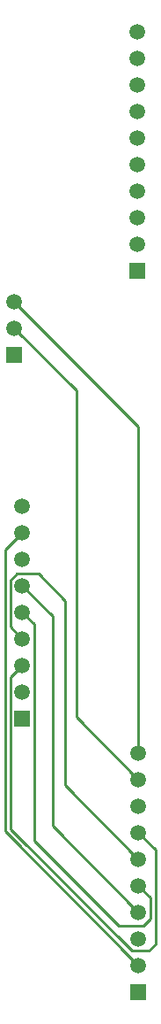
<source format=gbl>
%FSTAX23Y23*%
%MOIN*%
%SFA1B1*%

%IPPOS*%
%ADD11C,0.010000*%
%ADD14C,0.059060*%
%ADD15R,0.059060X0.059060*%
%LNpcb2-1*%
%LPD*%
G54D11*
X01135Y01744D02*
X0164Y0124D01*
X01135Y01744D02*
Y02805D01*
X012Y0287*
X01155Y02325D02*
X012Y0237D01*
X01155Y01753D02*
Y02325D01*
Y01753D02*
X01614Y01295D01*
X0168*
X01705Y0132*
Y01675*
X0164Y0174D02*
X01705Y01675D01*
X01363Y01917D02*
X0164Y0164D01*
X01363Y01917D02*
Y02613D01*
X01262Y02714D02*
X01363Y02613D01*
X0118Y02714D02*
X01262D01*
X01155Y0269D02*
X0118Y02714D01*
X01155Y02514D02*
Y0269D01*
Y02514D02*
X012Y0247D01*
Y0257D02*
X01245Y02525D01*
Y0171D02*
Y02525D01*
Y0171D02*
X01565Y0139D01*
X0166*
X01685Y01415*
Y01495*
X0164Y0154D02*
X01685Y01495D01*
X0164Y0204D02*
Y0327D01*
X0117Y0374D02*
X0164Y0327D01*
X0117Y0364D02*
X01405Y03405D01*
Y02175D02*
Y03405D01*
Y02175D02*
X0164Y0194D01*
X012Y0267D02*
X01315Y02555D01*
Y01765D02*
Y02555D01*
Y01765D02*
X0164Y0144D01*
G54D14*
X01635Y04056D03*
Y04756D03*
Y04656D03*
Y04556D03*
Y04456D03*
Y04356D03*
Y04256D03*
Y04156D03*
Y03956D03*
X0164Y0134D03*
Y0204D03*
Y0194D03*
Y0184D03*
Y0174D03*
Y0164D03*
Y0154D03*
Y0144D03*
Y0124D03*
X012Y0237D03*
Y0247D03*
Y0257D03*
Y0267D03*
Y0277D03*
Y0287D03*
Y0297D03*
Y0227D03*
X0117Y0364D03*
Y0374D03*
G54D15*
X01635Y03856D03*
X0164Y0114D03*
X012Y0217D03*
X0117Y0354D03*
M02*
</source>
